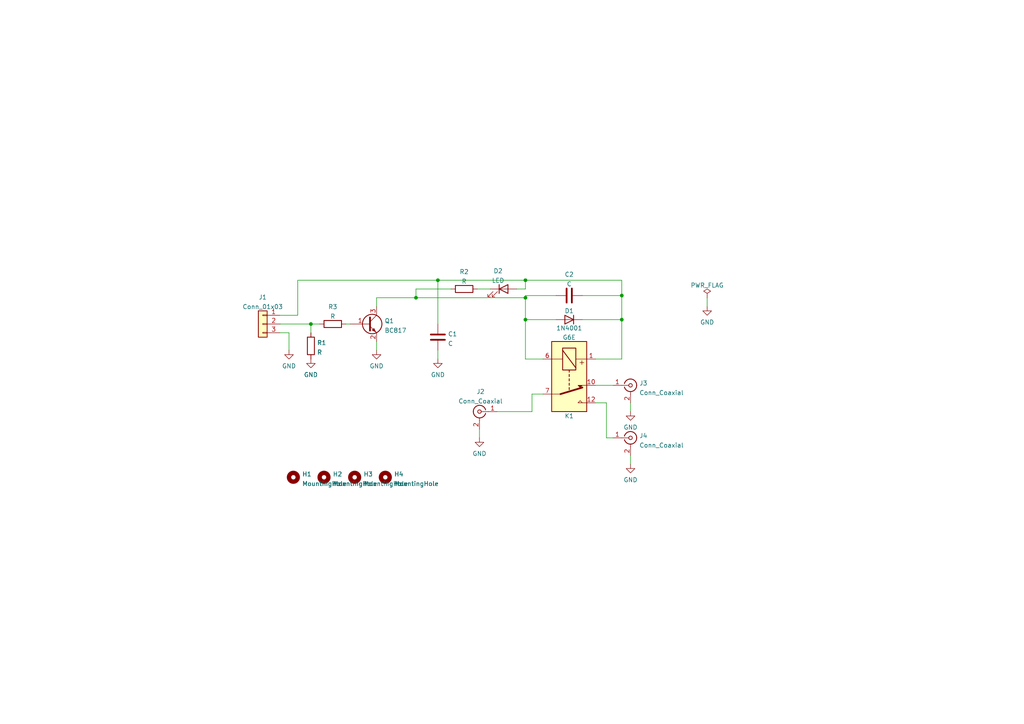
<source format=kicad_sch>
(kicad_sch (version 20211123) (generator eeschema)
  (paper "A4")
  (lib_symbols
    (symbol "Connector:Conn_Coaxial" (pin_names (offset 1.016) hide)
      (property "Reference" "J" (at 0.254 3.048 0))
      (property "Value" "Conn_Coaxial" (at 2.921 0 90))
      (symbol "Conn_Coaxial_0_1"
        (arc (start -1.778 -0.508) (mid 0.222 -1.808) (end 1.778 0) (stroke (width 0.254)))
        (polyline (pts (xy -2.54 0) (xy -0.508 0)))
        (polyline (pts (xy 0 -2.54) (xy 0 -1.778)))
        (circle (center 0 0) (radius 0.508) (stroke (width 0.2032)))
        (arc (start 1.778 0) (mid 0.222 1.8083) (end -1.778 0.508) (stroke (width 0.254)))
      )
      (symbol "Conn_Coaxial_1_1"
        (pin passive line (at -5.08 0 0) (length 2.54) (name "In") (number "1"))
        (pin passive line (at 0 -5.08 90) (length 2.54) (name "Ext") (number "2"))
      )
    )
    (symbol "Connector_Generic:Conn_01x03" (pin_names (offset 1.016) hide)
      (property "Reference" "J" (at 0 5.08 0))
      (property "Value" "Conn_01x03" (at 0 -5.08 0))
      (symbol "Conn_01x03_1_1"
        (rectangle (start -1.27 -2.413) (end 0 -2.667) (stroke (width 0.1524)))
        (rectangle (start -1.27 0.127) (end 0 -0.127) (stroke (width 0.1524)))
        (rectangle (start -1.27 2.667) (end 0 2.413) (stroke (width 0.1524)))
        (rectangle (start -1.27 3.81) (end 1.27 -3.81) (stroke (width 0.254)) (fill (type background)))
        (pin passive line (at -5.08 2.54 0) (length 3.81) (name "Pin_1") (number "1"))
        (pin passive line (at -5.08 0 0) (length 3.81) (name "Pin_2") (number "2"))
        (pin passive line (at -5.08 -2.54 0) (length 3.81) (name "Pin_3") (number "3"))
      )
    )
    (symbol "Device:C" (pin_numbers hide) (pin_names (offset 0.254))
      (property "Reference" "C" (at 0.635 2.54 0))
      (property "Value" "C" (at 0.635 -2.54 0))
      (symbol "C_0_1"
        (polyline (pts (xy -2.032 -0.762) (xy 2.032 -0.762)) (stroke (width 0.508)))
        (polyline (pts (xy -2.032 0.762) (xy 2.032 0.762)) (stroke (width 0.508)))
      )
      (symbol "C_1_1"
        (pin passive line (at 0 3.81 270) (length 2.794) (name "~") (number "1"))
        (pin passive line (at 0 -3.81 90) (length 2.794) (name "~") (number "2"))
      )
    )
    (symbol "Device:LED" (pin_numbers hide) (pin_names (offset 1.016) hide)
      (property "Reference" "D" (at 0 2.54 0))
      (property "Value" "LED" (at 0 -2.54 0))
      (symbol "LED_0_1"
        (polyline (pts (xy -1.27 -1.27) (xy -1.27 1.27)) (stroke (width 0.254)))
        (polyline (pts (xy -1.27 0) (xy 1.27 0)))
        (polyline (pts (xy 1.27 -1.27) (xy 1.27 1.27) (xy -1.27 0) (xy 1.27 -1.27)) (stroke (width 0.254)))
        (polyline (pts (xy -3.048 -0.762) (xy -4.572 -2.286) (xy -3.81 -2.286) (xy -4.572 -2.286) (xy -4.572 -1.524)))
        (polyline (pts (xy -1.778 -0.762) (xy -3.302 -2.286) (xy -2.54 -2.286) (xy -3.302 -2.286) (xy -3.302 -1.524)))
      )
      (symbol "LED_1_1"
        (pin passive line (at -3.81 0 0) (length 2.54) (name "K") (number "1"))
        (pin passive line (at 3.81 0 180) (length 2.54) (name "A") (number "2"))
      )
    )
    (symbol "Device:R" (pin_numbers hide) (pin_names (offset 0))
      (property "Reference" "R" (at 2.032 0 90))
      (property "Value" "R" (at 0 0 90))
      (symbol "R_0_1"
        (rectangle (start -1.016 -2.54) (end 1.016 2.54) (stroke (width 0.254)))
      )
      (symbol "R_1_1"
        (pin passive line (at 0 3.81 270) (length 1.27) (name "~") (number "1"))
        (pin passive line (at 0 -3.81 90) (length 1.27) (name "~") (number "2"))
      )
    )
    (symbol "Diode:1N4001" (pin_numbers hide) (pin_names (offset 1.016) hide)
      (property "Reference" "D" (at 0 2.54 0))
      (property "Value" "1N4001" (at 0 -2.54 0))
      (symbol "1N4001_0_1"
        (polyline (pts (xy -1.27 1.27) (xy -1.27 -1.27)) (stroke (width 0.254)))
        (polyline (pts (xy 1.27 0) (xy -1.27 0)))
        (polyline (pts (xy 1.27 1.27) (xy 1.27 -1.27) (xy -1.27 0) (xy 1.27 1.27)) (stroke (width 0.254)))
      )
      (symbol "1N4001_1_1"
        (pin passive line (at -3.81 0 0) (length 2.54) (name "K") (number "1"))
        (pin passive line (at 3.81 0 180) (length 2.54) (name "A") (number "2"))
      )
    )
    (symbol "Mechanical:MountingHole" (pin_names (offset 1.016))
      (property "Reference" "H" (at 0 5.08 0))
      (property "Value" "MountingHole" (at 0 3.175 0))
      (symbol "MountingHole_0_1"
        (circle (center 0 0) (radius 1.27) (stroke (width 1.27)))
      )
    )
    (symbol "Relay:G6E"
      (property "Reference" "K" (at 11.43 3.81 0))
      (property "Value" "G6E" (at 11.43 1.27 0))
      (symbol "G6E_0_0"
        (polyline (pts (xy 7.62 5.08) (xy 7.62 2.54) (xy 6.985 3.175) (xy 7.62 3.81)))
        (text "+" (at -4.064 3.556 0) (effects (font (size 1.524 1.524))))
      )
      (symbol "G6E_0_1"
        (rectangle (start -10.16 5.08) (end 10.16 -5.08) (stroke (width 0.254)) (fill (type background)))
        (rectangle (start -8.255 1.905) (end -1.905 -1.905) (stroke (width 0.254)))
        (polyline (pts (xy -7.62 -1.905) (xy -2.54 1.905)) (stroke (width 0.254)))
        (polyline (pts (xy -5.08 -5.08) (xy -5.08 -1.905)))
        (polyline (pts (xy -5.08 5.08) (xy -5.08 1.905)))
        (polyline (pts (xy -1.905 0) (xy -1.27 0)) (stroke (width 0.254)))
        (polyline (pts (xy -0.635 0) (xy 0 0)) (stroke (width 0.254)))
        (polyline (pts (xy 0.635 0) (xy 1.27 0)) (stroke (width 0.254)))
        (polyline (pts (xy 1.905 0) (xy 2.54 0)) (stroke (width 0.254)))
        (polyline (pts (xy 3.175 0) (xy 3.81 0)) (stroke (width 0.254)))
        (polyline (pts (xy 5.08 -2.54) (xy 3.175 3.81)) (stroke (width 0.508)))
        (polyline (pts (xy 5.08 -2.54) (xy 5.08 -5.08)))
        (polyline (pts (xy 2.54 5.08) (xy 2.54 2.54) (xy 3.175 3.175) (xy 2.54 3.81)) (fill (type outline)))
      )
      (symbol "G6E_1_1"
        (pin passive line (at -5.08 7.62 270) (length 2.54) (name "~") (number "1"))
        (pin passive line (at 2.54 7.62 270) (length 2.54) (name "~") (number "10"))
        (pin passive line (at 7.62 7.62 270) (length 2.54) (name "~") (number "12"))
        (pin passive line (at -5.08 -7.62 90) (length 2.54) (name "~") (number "6"))
        (pin passive line (at 5.08 -7.62 90) (length 2.54) (name "~") (number "7"))
      )
    )
    (symbol "Transistor_BJT:BC817" (pin_names (offset 0) hide)
      (property "Reference" "Q" (at 5.08 1.905 0))
      (property "Value" "BC817" (at 5.08 0 0))
      (symbol "BC817_0_1"
        (polyline (pts (xy 0.635 0.635) (xy 2.54 2.54)))
        (polyline (pts (xy 0.635 -0.635) (xy 2.54 -2.54) (xy 2.54 -2.54)))
        (polyline (pts (xy 0.635 1.905) (xy 0.635 -1.905) (xy 0.635 -1.905)) (stroke (width 0.508)))
        (polyline (pts (xy 1.27 -1.778) (xy 1.778 -1.27) (xy 2.286 -2.286) (xy 1.27 -1.778) (xy 1.27 -1.778)) (fill (type outline)))
        (circle (center 1.27 0) (radius 2.8194) (stroke (width 0.254)))
      )
      (symbol "BC817_1_1"
        (pin input line (at -5.08 0 0) (length 5.715) (name "B") (number "1"))
        (pin passive line (at 2.54 -5.08 90) (length 2.54) (name "E") (number "2"))
        (pin passive line (at 2.54 5.08 270) (length 2.54) (name "C") (number "3"))
      )
    )
    (symbol "power:GND" (power) (pin_names (offset 0))
      (property "Value" "GND" (at 0 -3.81 0))
      (symbol "GND_0_1"
        (polyline (pts (xy 0 0) (xy 0 -1.27) (xy 1.27 -1.27) (xy 0 -2.54) (xy -1.27 -1.27) (xy 0 -1.27)))
      )
      (symbol "GND_1_1"
        (pin power_in line (at 0 0 270) (length 0) hide (name "GND") (number "1"))
      )
    )
    (symbol "power:PWR_FLAG" (power) (pin_numbers hide) (pin_names (offset 0) hide)
      (property "Value" "PWR_FLAG" (at 0 3.81 0))
      (symbol "PWR_FLAG_0_0"
        (pin power_out line (at 0 0 90) (length 0) (name "pwr") (number "1"))
      )
      (symbol "PWR_FLAG_0_1"
        (polyline (pts (xy 0 0) (xy 0 1.27) (xy -1.016 1.905) (xy 0 2.54) (xy 1.016 1.905) (xy 0 1.27)))
      )
    )
  )
  (junction (at 90.17 93.98))
  (junction (at 152.4 81.28))
  (junction (at 152.4 86.36))
  (junction (at 152.4 92.71))
  (junction (at 120.65 86.36))
  (junction (at 180.34 85.725))
  (junction (at 127 81.28))
  (junction (at 180.34 92.71))
  (wire (pts (xy 175.895 116.84) (xy 175.895 127)))
  (wire (pts (xy 172.72 116.84) (xy 175.895 116.84)))
  (wire (pts (xy 149.86 83.82) (xy 152.4 83.82)))
  (wire (pts (xy 120.65 83.82) (xy 120.65 86.36)))
  (wire (pts (xy 120.65 86.36) (xy 152.4 86.36)))
  (wire (pts (xy 154.305 114.3) (xy 154.305 119.38)))
  (wire (pts (xy 138.43 83.82) (xy 142.24 83.82)))
  (wire (pts (xy 83.82 96.52) (xy 83.82 101.6)))
  (wire (pts (xy 168.91 85.725) (xy 180.34 85.725)))
  (wire (pts (xy 152.4 85.725) (xy 152.4 86.36)))
  (wire (pts (xy 168.91 92.71) (xy 180.34 92.71)))
  (wire (pts (xy 180.34 85.725) (xy 180.34 92.71)))
  (wire (pts (xy 180.34 81.28) (xy 180.34 85.725)))
  (wire (pts (xy 127 81.28) (xy 127 93.98)))
  (wire (pts (xy 86.36 81.28) (xy 86.36 91.44)))
  (wire (pts (xy 100.33 93.98) (xy 101.6 93.98)))
  (wire (pts (xy 172.72 104.14) (xy 180.34 104.14)))
  (wire (pts (xy 152.4 81.28) (xy 180.34 81.28)))
  (wire (pts (xy 152.4 86.36) (xy 152.4 92.71)))
  (wire (pts (xy 109.22 88.9) (xy 109.22 86.36)))
  (wire (pts (xy 161.29 85.725) (xy 152.4 85.725)))
  (wire (pts (xy 180.34 92.71) (xy 180.34 104.14)))
  (wire (pts (xy 130.81 83.82) (xy 120.65 83.82)))
  (wire (pts (xy 152.4 92.71) (xy 161.29 92.71)))
  (wire (pts (xy 109.22 86.36) (xy 120.65 86.36)))
  (wire (pts (xy 152.4 81.28) (xy 152.4 83.82)))
  (wire (pts (xy 144.145 119.38) (xy 154.305 119.38)))
  (wire (pts (xy 90.17 93.98) (xy 92.71 93.98)))
  (wire (pts (xy 139.065 124.46) (xy 139.065 127)))
  (wire (pts (xy 205.105 86.36) (xy 205.105 88.9)))
  (wire (pts (xy 127 101.6) (xy 127 104.14)))
  (wire (pts (xy 109.22 99.06) (xy 109.22 101.6)))
  (wire (pts (xy 86.36 91.44) (xy 81.28 91.44)))
  (wire (pts (xy 172.72 111.76) (xy 177.8 111.76)))
  (wire (pts (xy 90.17 93.98) (xy 90.17 96.52)))
  (wire (pts (xy 152.4 92.71) (xy 152.4 104.14)))
  (wire (pts (xy 81.28 93.98) (xy 90.17 93.98)))
  (wire (pts (xy 152.4 104.14) (xy 157.48 104.14)))
  (wire (pts (xy 182.88 132.08) (xy 182.88 134.62)))
  (wire (pts (xy 175.895 127) (xy 177.8 127)))
  (wire (pts (xy 182.88 116.84) (xy 182.88 119.38)))
  (wire (pts (xy 81.28 96.52) (xy 83.82 96.52)))
  (wire (pts (xy 157.48 114.3) (xy 154.305 114.3)))
  (wire (pts (xy 86.36 81.28) (xy 127 81.28)))
  (wire (pts (xy 127 81.28) (xy 152.4 81.28)))
  (symbol (lib_id "power:PWR_FLAG") (at 205.105 86.36 0) (unit 1)
    (property "Reference" "#FLG0101" (effects hide))
    (property "Value" "PWR_FLAG" (at 205.105 82.7555 0))
  )
  (symbol (lib_id "power:GND") (at 90.17 104.14 0) (unit 1)
    (property "Reference" "#PWR0101" (effects hide))
    (property "Value" "GND" (at 90.17 108.7025 0))
  )
  (symbol (lib_id "power:GND") (at 127 104.14 0) (unit 1)
    (property "Reference" "#PWR07" (effects hide))
    (property "Value" "GND" (at 127 108.7025 0))
  )
  (symbol (lib_id "Mechanical:MountingHole") (at 85.09 138.43 0) (unit 1)
    (property "Reference" "H1" (at 87.63 137.5215 0) (effects (justify left)))
    (property "Value" "MountingHole" (at 87.63 140.2966 0) (effects (justify left)))
    (property "Footprint" "MountingHole:MountingHole_2.7mm_M2.5_DIN965" (effects hide))
  )
  (symbol (lib_id "Device:C") (at 127 97.79 0) (unit 1)
    (property "Reference" "C1" (at 129.921 96.8815 0) (effects (justify left)))
    (property "Value" "C" (at 129.921 99.6566 0) (effects (justify left)))
    (property "Footprint" "Capacitor_SMD:C_0603_1608Metric" (effects hide))
  )
  (symbol (lib_id "power:GND") (at 83.82 101.6 0) (unit 1)
    (property "Reference" "#PWR01" (effects hide))
    (property "Value" "GND" (at 83.82 106.1625 0))
  )
  (symbol (lib_id "Device:LED") (at 146.05 83.82 0) (unit 1)
    (property "Reference" "D2" (at 144.4625 78.5835 0))
    (property "Value" "LED" (at 144.4625 81.3586 0))
    (property "Footprint" "LED_SMD:LED_0603_1608Metric" (effects hide))
  )
  (symbol (lib_id "power:GND") (at 205.105 88.9 0) (unit 1)
    (property "Reference" "#PWR0102" (effects hide))
    (property "Value" "GND" (at 205.105 93.4625 0))
  )
  (symbol (lib_id "Connector:Conn_Coaxial") (at 182.88 111.76 0) (unit 1)
    (property "Reference" "J3" (at 185.42 111.1447 0) (effects (justify left)))
    (property "Value" "Conn_Coaxial" (at 185.42 113.9198 0) (effects (justify left)))
    (property "Footprint" "Connector_Coaxial:SMA_Samtec_SMA-J-P-X-ST-EM1_EdgeMount" (effects hide))
    (property "Datasheet" " ~" (effects hide))
  )
  (symbol (lib_id "power:GND") (at 139.065 127 0) (unit 1)
    (property "Reference" "#PWR05" (effects hide))
    (property "Value" "GND" (at 139.065 131.5625 0))
  )
  (symbol (lib_id "Connector_Generic:Conn_01x03") (at 76.2 93.98 0) (mirror y) (unit 1)
    (property "Reference" "J1" (at 76.2 86.2035 0))
    (property "Value" "Conn_01x03" (at 76.2 88.9786 0))
    (property "Footprint" "Connector_JST:JST_PH_B3B-PH-SM4-TB_1x03-1MP_P2.00mm_Vertical" (effects hide))
  )
  (symbol (lib_id "Device:R") (at 134.62 83.82 90) (unit 1)
    (property "Reference" "R2" (at 134.62 78.8375 90))
    (property "Value" "R" (at 134.62 81.6126 90))
    (property "Footprint" "Resistor_SMD:R_0603_1608Metric" (effects hide))
  )
  (symbol (lib_id "power:GND") (at 182.88 119.38 0) (unit 1)
    (property "Reference" "#PWR08" (effects hide))
    (property "Value" "GND" (at 182.88 123.9425 0))
  )
  (symbol (lib_id "Connector:Conn_Coaxial") (at 139.065 119.38 0) (mirror y) (unit 1)
    (property "Reference" "J2" (at 139.3824 113.5869 0))
    (property "Value" "Conn_Coaxial" (at 139.3824 116.362 0))
    (property "Footprint" "Connector_Coaxial:SMA_Samtec_SMA-J-P-X-ST-EM1_EdgeMount" (effects hide))
    (property "Datasheet" " ~" (effects hide))
  )
  (symbol (lib_id "Device:R") (at 90.17 100.33 0) (unit 1)
    (property "Reference" "R1" (at 91.948 99.4215 0) (effects (justify left)))
    (property "Value" "R" (at 91.948 102.1966 0) (effects (justify left)))
    (property "Footprint" "Resistor_SMD:R_0603_1608Metric" (effects hide))
  )
  (symbol (lib_id "Mechanical:MountingHole") (at 93.98 138.43 0) (unit 1)
    (property "Reference" "H2" (at 96.52 137.5215 0) (effects (justify left)))
    (property "Value" "MountingHole" (at 96.52 140.2966 0) (effects (justify left)))
    (property "Footprint" "MountingHole:MountingHole_2.7mm_M2.5_DIN965" (effects hide))
  )
  (symbol (lib_id "Mechanical:MountingHole") (at 102.87 138.43 0) (unit 1)
    (property "Reference" "H3" (at 105.41 137.5215 0) (effects (justify left)))
    (property "Value" "MountingHole" (at 105.41 140.2966 0) (effects (justify left)))
    (property "Footprint" "MountingHole:MountingHole_2.7mm_M2.5_DIN965" (effects hide))
  )
  (symbol (lib_id "Transistor_BJT:BC817") (at 106.68 93.98 0) (unit 1)
    (property "Reference" "Q1" (at 111.5314 93.0715 0) (effects (justify left)))
    (property "Value" "BC817" (at 111.5314 95.8466 0) (effects (justify left)))
    (property "Footprint" "Package_TO_SOT_SMD:SOT-23" (effects hide))
    (property "Datasheet" "https://www.onsemi.com/pub/Collateral/BC818-D.pdf" (effects hide))
  )
  (symbol (lib_id "power:GND") (at 182.88 134.62 0) (unit 1)
    (property "Reference" "#PWR09" (effects hide))
    (property "Value" "GND" (at 182.88 139.1825 0))
  )
  (symbol (lib_id "Device:R") (at 96.52 93.98 90) (unit 1)
    (property "Reference" "R3" (at 96.52 88.9975 90))
    (property "Value" "R" (at 96.52 91.7726 90))
    (property "Footprint" "Resistor_SMD:R_0603_1608Metric" (effects hide))
  )
  (symbol (lib_id "Diode:1N4001") (at 165.1 92.71 180) (unit 1)
    (property "Reference" "D1" (at 165.1 90.17 0))
    (property "Value" "1N4001" (at 165.1 95.1714 0))
    (property "Footprint" "Diode_SMD:D_SOD-123" (effects hide))
    (property "Datasheet" "http://www.vishay.com/docs/88503/1n4001.pdf" (effects hide))
  )
  (symbol (lib_id "power:GND") (at 109.22 101.6 0) (unit 1)
    (property "Reference" "#PWR04" (effects hide))
    (property "Value" "GND" (at 109.22 106.1625 0))
  )
  (symbol (lib_id "Device:C") (at 165.1 85.725 90) (unit 1)
    (property "Reference" "C2" (at 165.1 79.5995 90))
    (property "Value" "C" (at 165.1 82.3746 90))
    (property "Footprint" "Capacitor_SMD:C_0603_1608Metric" (effects hide))
  )
  (symbol (lib_id "Mechanical:MountingHole") (at 111.76 138.43 0) (unit 1)
    (property "Reference" "H4" (at 114.3 137.5215 0) (effects (justify left)))
    (property "Value" "MountingHole" (at 114.3 140.2966 0) (effects (justify left)))
    (property "Footprint" "MountingHole:MountingHole_2.7mm_M2.5_DIN965" (effects hide))
  )
  (symbol (lib_id "Relay:G6E") (at 165.1 109.22 270) (unit 1)
    (property "Reference" "K1" (at 165.1 120.65 90))
    (property "Value" "G6E" (at 165.1 97.8686 90))
    (property "Footprint" "Relay_THT:Relay_SPDT_Omron_G6E" (effects hide))
    (property "Datasheet" "https://www.omron.com/ecb/products/pdf/en-g6e.pdf" (effects hide))
  )
  (symbol (lib_id "Connector:Conn_Coaxial") (at 182.88 127 0) (unit 1)
    (property "Reference" "J4" (at 185.42 126.3847 0) (effects (justify left)))
    (property "Value" "Conn_Coaxial" (at 185.42 129.1598 0) (effects (justify left)))
    (property "Footprint" "Connector_Coaxial:SMA_Samtec_SMA-J-P-X-ST-EM1_EdgeMount" (effects hide))
    (property "Datasheet" " ~" (effects hide))
  )
)
</source>
